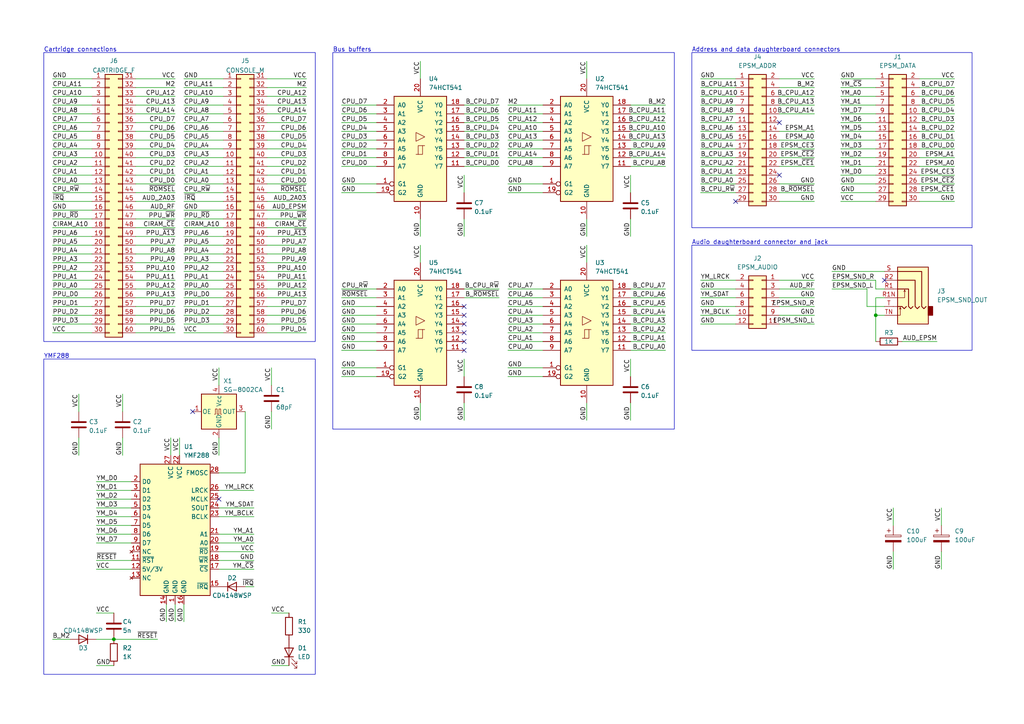
<source format=kicad_sch>
(kicad_sch (version 20250114) (generator "eeschema") (generator_version "9.0")
  (paper "A4")
  (title_block (title "Expansion Port Sound Module - Modular Famicom H Connector") (date "2025-04-17") (rev "r0.1.0") (company "Persune") (comment 1 "EPSM Copyright 2021-2025 Perkka") (comment 2 "Some pinouts subject to change over time for ease of layout"))
  (rectangle (start 12.7 15.24) (end 91.44 99.06))
  (rectangle (start 96.52 15.24) (end 195.58 124.46))
  (rectangle (start 200.66 71.12) (end 281.94 101.6))
  (rectangle (start 200.66 15.24) (end 281.94 66.04))
  (rectangle (start 12.7 104.14) (end 91.44 195.58))
  (text "Bus buffers" (at 96.52 15.24 0) (effects (font (size 1.27 1.27)) (justify left bottom)))
  (text "Address and data daughterboard connectors" (at 200.66 15.24 0) (effects (font (size 1.27 1.27)) (justify left bottom)))
  (text "YMF288" (at 12.7 104.14 0) (effects (font (size 1.27 1.27)) (justify left bottom)))
  (text "Audio daughterboard connector and jack" (at 200.66 71.12 0) (effects (font (size 1.27 1.27)) (justify left bottom)))
  (text "Cartridge connections\n" (at 12.7 15.24 0) (effects (font (size 1.27 1.27)) (justify left bottom)))
  (junction (at 33.02 185.42))
  (junction (at 254 91.44))
  (no_connect (at 134.62 91.44))
  (no_connect (at 134.62 93.98))
  (no_connect (at 226.06 50.8))
  (no_connect (at 134.62 101.6))
  (no_connect (at 226.06 35.56))
  (no_connect (at 213.36 58.42))
  (no_connect (at 55.88 119.38))
  (no_connect (at 63.5 144.78))
  (no_connect (at 134.62 96.52))
  (no_connect (at 134.62 88.9))
  (no_connect (at 256.54 81.28))
  (no_connect (at 134.62 99.06))
  (wire (pts (xy 266.7 48.26) (xy 276.86 48.26)))
  (wire (pts (xy 99.06 35.56) (xy 109.22 35.56)))
  (wire (pts (xy 99.06 30.48) (xy 109.22 30.48)))
  (wire (pts (xy 254 81.28) (xy 254 83.82)))
  (wire (pts (xy 259.08 160.02) (xy 259.08 165.1)))
  (wire (pts (xy 53.34 63.5) (xy 64.77 63.5)))
  (wire (pts (xy 203.2 43.18) (xy 213.36 43.18)))
  (wire (pts (xy 99.06 38.1) (xy 109.22 38.1)))
  (wire (pts (xy 193.04 45.72) (xy 182.88 45.72)))
  (wire (pts (xy 33.02 185.42) (xy 45.72 185.42)))
  (wire (pts (xy 254 33.02) (xy 243.84 33.02)))
  (wire (pts (xy 144.78 30.48) (xy 134.62 30.48)))
  (wire (pts (xy 236.22 38.1) (xy 226.06 38.1)))
  (wire (pts (xy 170.18 71.12) (xy 170.18 76.2)))
  (wire (pts (xy 256.54 91.44) (xy 254 91.44)))
  (wire (pts (xy 53.34 91.44) (xy 64.77 91.44)))
  (wire (pts (xy 77.47 48.26) (xy 88.9 48.26)))
  (wire (pts (xy 35.56 114.3) (xy 35.56 119.38)))
  (wire (pts (xy 53.34 40.64) (xy 64.77 40.64)))
  (wire (pts (xy 254 86.36) (xy 256.54 86.36)))
  (wire (pts (xy 254 35.56) (xy 243.84 35.56)))
  (wire (pts (xy 236.22 83.82) (xy 226.06 83.82)))
  (wire (pts (xy 15.24 40.64) (xy 26.67 40.64)))
  (wire (pts (xy 109.22 86.36) (xy 99.06 86.36)))
  (wire (pts (xy 15.24 63.5) (xy 26.67 63.5)))
  (wire (pts (xy 182.88 116.84) (xy 182.88 121.92)))
  (wire (pts (xy 63.5 127) (xy 63.5 132.08)))
  (wire (pts (xy 77.47 88.9) (xy 88.9 88.9)))
  (wire (pts (xy 254 30.48) (xy 243.84 30.48)))
  (wire (pts (xy 121.92 116.84) (xy 121.92 121.92)))
  (wire (pts (xy 77.47 73.66) (xy 88.9 73.66)))
  (wire (pts (xy 243.84 43.18) (xy 254 43.18)))
  (wire (pts (xy 193.04 101.6) (xy 182.88 101.6)))
  (wire (pts (xy 53.34 58.42) (xy 64.77 58.42)))
  (wire (pts (xy 50.8 175.26) (xy 50.8 180.34)))
  (wire (pts (xy 39.37 40.64) (xy 50.8 40.64)))
  (wire (pts (xy 243.84 58.42) (xy 254 58.42)))
  (wire (pts (xy 144.78 38.1) (xy 134.62 38.1)))
  (wire (pts (xy 243.84 22.86) (xy 254 22.86)))
  (wire (pts (xy 236.22 43.18) (xy 226.06 43.18)))
  (wire (pts (xy 39.37 27.94) (xy 50.8 27.94)))
  (wire (pts (xy 203.2 30.48) (xy 213.36 30.48)))
  (wire (pts (xy 203.2 83.82) (xy 213.36 83.82)))
  (wire (pts (xy 203.2 81.28) (xy 213.36 81.28)))
  (wire (pts (xy 39.37 38.1) (xy 50.8 38.1)))
  (wire (pts (xy 77.47 27.94) (xy 88.9 27.94)))
  (wire (pts (xy 99.06 106.68) (xy 109.22 106.68)))
  (wire (pts (xy 193.04 99.06) (xy 182.88 99.06)))
  (wire (pts (xy 147.32 35.56) (xy 157.48 35.56)))
  (wire (pts (xy 53.34 22.86) (xy 64.77 22.86)))
  (wire (pts (xy 39.37 86.36) (xy 50.8 86.36)))
  (wire (pts (xy 39.37 60.96) (xy 50.8 60.96)))
  (wire (pts (xy 236.22 91.44) (xy 226.06 91.44)))
  (wire (pts (xy 83.82 193.04) (xy 78.74 193.04)))
  (wire (pts (xy 157.48 33.02) (xy 147.32 33.02)))
  (wire (pts (xy 273.05 160.02) (xy 273.05 165.1)))
  (wire (pts (xy 39.37 88.9) (xy 50.8 88.9)))
  (wire (pts (xy 254 27.94) (xy 243.84 27.94)))
  (wire (pts (xy 144.78 35.56) (xy 134.62 35.56)))
  (wire (pts (xy 15.24 68.58) (xy 26.67 68.58)))
  (wire (pts (xy 193.04 40.64) (xy 182.88 40.64)))
  (wire (pts (xy 147.32 96.52) (xy 157.48 96.52)))
  (wire (pts (xy 236.22 88.9) (xy 226.06 88.9)))
  (wire (pts (xy 53.34 93.98) (xy 64.77 93.98)))
  (wire (pts (xy 38.1 154.94) (xy 27.94 154.94)))
  (wire (pts (xy 39.37 83.82) (xy 50.8 83.82)))
  (wire (pts (xy 15.24 91.44) (xy 26.67 91.44)))
  (wire (pts (xy 53.34 76.2) (xy 64.77 76.2)))
  (wire (pts (xy 39.37 71.12) (xy 50.8 71.12)))
  (wire (pts (xy 77.47 58.42) (xy 88.9 58.42)))
  (wire (pts (xy 77.47 68.58) (xy 88.9 68.58)))
  (wire (pts (xy 182.88 50.8) (xy 182.88 55.88)))
  (wire (pts (xy 15.24 73.66) (xy 26.67 73.66)))
  (wire (pts (xy 254 38.1) (xy 243.84 38.1)))
  (wire (pts (xy 147.32 91.44) (xy 157.48 91.44)))
  (wire (pts (xy 15.24 25.4) (xy 26.67 25.4)))
  (wire (pts (xy 236.22 58.42) (xy 226.06 58.42)))
  (wire (pts (xy 193.04 30.48) (xy 182.88 30.48)))
  (wire (pts (xy 203.2 27.94) (xy 213.36 27.94)))
  (wire (pts (xy 99.06 83.82) (xy 109.22 83.82)))
  (wire (pts (xy 236.22 86.36) (xy 226.06 86.36)))
  (wire (pts (xy 77.47 63.5) (xy 88.9 63.5)))
  (wire (pts (xy 15.24 27.94) (xy 26.67 27.94)))
  (wire (pts (xy 53.34 60.96) (xy 64.77 60.96)))
  (wire (pts (xy 15.24 48.26) (xy 26.67 48.26)))
  (wire (pts (xy 147.32 55.88) (xy 157.48 55.88)))
  (wire (pts (xy 39.37 30.48) (xy 50.8 30.48)))
  (wire (pts (xy 77.47 33.02) (xy 88.9 33.02)))
  (wire (pts (xy 39.37 53.34) (xy 50.8 53.34)))
  (wire (pts (xy 99.06 48.26) (xy 109.22 48.26)))
  (wire (pts (xy 276.86 40.64) (xy 266.7 40.64)))
  (wire (pts (xy 53.34 68.58) (xy 64.77 68.58)))
  (wire (pts (xy 38.1 144.78) (xy 27.94 144.78)))
  (wire (pts (xy 53.34 83.82) (xy 64.77 83.82)))
  (wire (pts (xy 78.74 177.8) (xy 83.82 177.8)))
  (wire (pts (xy 77.47 78.74) (xy 88.9 78.74)))
  (wire (pts (xy 147.32 101.6) (xy 157.48 101.6)))
  (wire (pts (xy 254 86.36) (xy 254 91.44)))
  (wire (pts (xy 22.86 127) (xy 22.86 132.08)))
  (wire (pts (xy 134.62 63.5) (xy 134.62 68.58)))
  (wire (pts (xy 15.24 30.48) (xy 26.67 30.48)))
  (wire (pts (xy 63.5 165.1) (xy 73.66 165.1)))
  (wire (pts (xy 147.32 38.1) (xy 157.48 38.1)))
  (wire (pts (xy 134.62 50.8) (xy 134.62 55.88)))
  (wire (pts (xy 38.1 157.48) (xy 27.94 157.48)))
  (wire (pts (xy 77.47 86.36) (xy 88.9 86.36)))
  (wire (pts (xy 147.32 109.22) (xy 157.48 109.22)))
  (wire (pts (xy 53.34 71.12) (xy 64.77 71.12)))
  (wire (pts (xy 276.86 22.86) (xy 266.7 22.86)))
  (wire (pts (xy 53.34 78.74) (xy 64.77 78.74)))
  (wire (pts (xy 71.12 119.38) (xy 71.12 137.16)))
  (wire (pts (xy 121.92 17.78) (xy 121.92 22.86)))
  (wire (pts (xy 203.2 25.4) (xy 213.36 25.4)))
  (wire (pts (xy 99.06 33.02) (xy 109.22 33.02)))
  (wire (pts (xy 39.37 48.26) (xy 50.8 48.26)))
  (wire (pts (xy 203.2 35.56) (xy 213.36 35.56)))
  (wire (pts (xy 254 99.06) (xy 254 91.44)))
  (wire (pts (xy 99.06 43.18) (xy 109.22 43.18)))
  (wire (pts (xy 15.24 96.52) (xy 26.67 96.52)))
  (wire (pts (xy 53.34 45.72) (xy 64.77 45.72)))
  (wire (pts (xy 236.22 53.34) (xy 226.06 53.34)))
  (wire (pts (xy 63.5 149.86) (xy 73.66 149.86)))
  (wire (pts (xy 53.34 35.56) (xy 64.77 35.56)))
  (wire (pts (xy 182.88 43.18) (xy 193.04 43.18)))
  (wire (pts (xy 170.18 17.78) (xy 170.18 22.86)))
  (wire (pts (xy 147.32 30.48) (xy 157.48 30.48)))
  (wire (pts (xy 236.22 55.88) (xy 226.06 55.88)))
  (wire (pts (xy 77.47 40.64) (xy 88.9 40.64)))
  (wire (pts (xy 78.74 106.68) (xy 78.74 111.76)))
  (wire (pts (xy 39.37 91.44) (xy 50.8 91.44)))
  (wire (pts (xy 77.47 76.2) (xy 88.9 76.2)))
  (wire (pts (xy 39.37 66.04) (xy 50.8 66.04)))
  (wire (pts (xy 261.62 99.06) (xy 271.78 99.06)))
  (wire (pts (xy 77.47 60.96) (xy 88.9 60.96)))
  (wire (pts (xy 266.7 50.8) (xy 276.86 50.8)))
  (wire (pts (xy 77.47 25.4) (xy 88.9 25.4)))
  (wire (pts (xy 241.3 83.82) (xy 251.46 83.82)))
  (wire (pts (xy 73.66 142.24) (xy 63.5 142.24)))
  (wire (pts (xy 39.37 76.2) (xy 50.8 76.2)))
  (wire (pts (xy 15.24 22.86) (xy 26.67 22.86)))
  (wire (pts (xy 157.48 93.98) (xy 147.32 93.98)))
  (wire (pts (xy 39.37 55.88) (xy 50.8 55.88)))
  (wire (pts (xy 99.06 91.44) (xy 109.22 91.44)))
  (wire (pts (xy 147.32 40.64) (xy 157.48 40.64)))
  (wire (pts (xy 276.86 38.1) (xy 266.7 38.1)))
  (wire (pts (xy 144.78 48.26) (xy 134.62 48.26)))
  (wire (pts (xy 53.34 81.28) (xy 64.77 81.28)))
  (wire (pts (xy 251.46 83.82) (xy 251.46 88.9)))
  (wire (pts (xy 38.1 139.7) (xy 27.94 139.7)))
  (wire (pts (xy 77.47 66.04) (xy 88.9 66.04)))
  (wire (pts (xy 39.37 50.8) (xy 50.8 50.8)))
  (wire (pts (xy 276.86 55.88) (xy 266.7 55.88)))
  (wire (pts (xy 99.06 93.98) (xy 109.22 93.98)))
  (wire (pts (xy 77.47 81.28) (xy 88.9 81.28)))
  (wire (pts (xy 236.22 93.98) (xy 226.06 93.98)))
  (wire (pts (xy 38.1 152.4) (xy 27.94 152.4)))
  (wire (pts (xy 48.26 175.26) (xy 48.26 180.34)))
  (wire (pts (xy 15.24 38.1) (xy 26.67 38.1)))
  (wire (pts (xy 53.34 33.02) (xy 64.77 33.02)))
  (wire (pts (xy 203.2 50.8) (xy 213.36 50.8)))
  (wire (pts (xy 78.74 119.38) (xy 78.74 124.46)))
  (wire (pts (xy 63.5 160.02) (xy 73.66 160.02)))
  (wire (pts (xy 53.34 88.9) (xy 64.77 88.9)))
  (wire (pts (xy 144.78 40.64) (xy 134.62 40.64)))
  (wire (pts (xy 49.53 127) (xy 49.53 132.08)))
  (wire (pts (xy 77.47 91.44) (xy 88.9 91.44)))
  (wire (pts (xy 63.5 137.16) (xy 71.12 137.16)))
  (wire (pts (xy 15.24 88.9) (xy 26.67 88.9)))
  (wire (pts (xy 63.5 154.94) (xy 73.66 154.94)))
  (wire (pts (xy 39.37 45.72) (xy 50.8 45.72)))
  (wire (pts (xy 203.2 38.1) (xy 213.36 38.1)))
  (wire (pts (xy 243.84 25.4) (xy 254 25.4)))
  (wire (pts (xy 157.48 48.26) (xy 147.32 48.26)))
  (wire (pts (xy 99.06 101.6) (xy 109.22 101.6)))
  (wire (pts (xy 52.07 127) (xy 52.07 132.08)))
  (wire (pts (xy 147.32 53.34) (xy 157.48 53.34)))
  (wire (pts (xy 39.37 68.58) (xy 50.8 68.58)))
  (wire (pts (xy 99.06 88.9) (xy 109.22 88.9)))
  (wire (pts (xy 35.56 127) (xy 35.56 132.08)))
  (wire (pts (xy 15.24 185.42) (xy 20.32 185.42)))
  (wire (pts (xy 203.2 48.26) (xy 213.36 48.26)))
  (wire (pts (xy 193.04 35.56) (xy 182.88 35.56)))
  (wire (pts (xy 99.06 99.06) (xy 109.22 99.06)))
  (wire (pts (xy 27.94 165.1) (xy 38.1 165.1)))
  (wire (pts (xy 266.7 53.34) (xy 276.86 53.34)))
  (wire (pts (xy 182.88 48.26) (xy 193.04 48.26)))
  (wire (pts (xy 256.54 83.82) (xy 254 83.82)))
  (wire (pts (xy 121.92 63.5) (xy 121.92 68.58)))
  (wire (pts (xy 15.24 43.18) (xy 26.67 43.18)))
  (wire (pts (xy 273.05 147.32) (xy 273.05 152.4)))
  (wire (pts (xy 39.37 33.02) (xy 50.8 33.02)))
  (wire (pts (xy 147.32 88.9) (xy 157.48 88.9)))
  (wire (pts (xy 39.37 73.66) (xy 50.8 73.66)))
  (wire (pts (xy 39.37 43.18) (xy 50.8 43.18)))
  (wire (pts (xy 53.34 96.52) (xy 64.77 96.52)))
  (wire (pts (xy 182.88 33.02) (xy 193.04 33.02)))
  (wire (pts (xy 63.5 162.56) (xy 73.66 162.56)))
  (wire (pts (xy 276.86 25.4) (xy 266.7 25.4)))
  (wire (pts (xy 15.24 78.74) (xy 26.67 78.74)))
  (wire (pts (xy 15.24 60.96) (xy 26.67 60.96)))
  (wire (pts (xy 147.32 106.68) (xy 157.48 106.68)))
  (wire (pts (xy 170.18 63.5) (xy 170.18 68.58)))
  (wire (pts (xy 276.86 33.02) (xy 266.7 33.02)))
  (wire (pts (xy 134.62 86.36) (xy 144.78 86.36)))
  (wire (pts (xy 39.37 96.52) (xy 50.8 96.52)))
  (wire (pts (xy 15.24 58.42) (xy 26.67 58.42)))
  (wire (pts (xy 77.47 35.56) (xy 88.9 35.56)))
  (wire (pts (xy 71.12 170.18) (xy 73.66 170.18)))
  (wire (pts (xy 144.78 45.72) (xy 134.62 45.72)))
  (wire (pts (xy 266.7 43.18) (xy 276.86 43.18)))
  (wire (pts (xy 77.47 30.48) (xy 88.9 30.48)))
  (wire (pts (xy 193.04 88.9) (xy 182.88 88.9)))
  (wire (pts (xy 236.22 27.94) (xy 226.06 27.94)))
  (wire (pts (xy 77.47 96.52) (xy 88.9 96.52)))
  (wire (pts (xy 182.88 93.98) (xy 193.04 93.98)))
  (wire (pts (xy 15.24 35.56) (xy 26.67 35.56)))
  (wire (pts (xy 99.06 109.22) (xy 109.22 109.22)))
  (wire (pts (xy 203.2 91.44) (xy 213.36 91.44)))
  (wire (pts (xy 134.62 104.14) (xy 134.62 109.22)))
  (wire (pts (xy 193.04 96.52) (xy 182.88 96.52)))
  (wire (pts (xy 243.84 55.88) (xy 254 55.88)))
  (wire (pts (xy 63.5 106.68) (xy 63.5 111.76)))
  (wire (pts (xy 39.37 58.42) (xy 50.8 58.42)))
  (wire (pts (xy 53.34 43.18) (xy 64.77 43.18)))
  (wire (pts (xy 53.34 38.1) (xy 64.77 38.1)))
  (wire (pts (xy 243.84 53.34) (xy 254 53.34)))
  (wire (pts (xy 193.04 38.1) (xy 182.88 38.1)))
  (wire (pts (xy 53.34 50.8) (xy 64.77 50.8)))
  (wire (pts (xy 241.3 81.28) (xy 254 81.28)))
  (wire (pts (xy 77.47 55.88) (xy 88.9 55.88)))
  (wire (pts (xy 236.22 48.26) (xy 226.06 48.26)))
  (wire (pts (xy 276.86 58.42) (xy 266.7 58.42)))
  (wire (pts (xy 276.86 27.94) (xy 266.7 27.94)))
  (wire (pts (xy 15.24 86.36) (xy 26.67 86.36)))
  (wire (pts (xy 99.06 53.34) (xy 109.22 53.34)))
  (wire (pts (xy 27.94 177.8) (xy 33.02 177.8)))
  (wire (pts (xy 157.48 43.18) (xy 147.32 43.18)))
  (wire (pts (xy 182.88 104.14) (xy 182.88 109.22)))
  (wire (pts (xy 39.37 93.98) (xy 50.8 93.98)))
  (wire (pts (xy 259.08 147.32) (xy 259.08 152.4)))
  (wire (pts (xy 53.34 175.26) (xy 53.34 180.34)))
  (wire (pts (xy 241.3 78.74) (xy 256.54 78.74)))
  (wire (pts (xy 15.24 93.98) (xy 26.67 93.98)))
  (wire (pts (xy 243.84 48.26) (xy 254 48.26)))
  (wire (pts (xy 203.2 45.72) (xy 213.36 45.72)))
  (wire (pts (xy 99.06 55.88) (xy 109.22 55.88)))
  (wire (pts (xy 147.32 86.36) (xy 157.48 86.36)))
  (wire (pts (xy 53.34 66.04) (xy 64.77 66.04)))
  (wire (pts (xy 53.34 25.4) (xy 64.77 25.4)))
  (wire (pts (xy 203.2 86.36) (xy 213.36 86.36)))
  (wire (pts (xy 77.47 53.34) (xy 88.9 53.34)))
  (wire (pts (xy 53.34 53.34) (xy 64.77 53.34)))
  (wire (pts (xy 170.18 116.84) (xy 170.18 121.92)))
  (wire (pts (xy 27.94 185.42) (xy 33.02 185.42)))
  (wire (pts (xy 147.32 83.82) (xy 157.48 83.82)))
  (wire (pts (xy 134.62 116.84) (xy 134.62 121.92)))
  (wire (pts (xy 15.24 45.72) (xy 26.67 45.72)))
  (wire (pts (xy 38.1 142.24) (xy 27.94 142.24)))
  (wire (pts (xy 33.02 193.04) (xy 27.94 193.04)))
  (wire (pts (xy 77.47 50.8) (xy 88.9 50.8)))
  (wire (pts (xy 236.22 81.28) (xy 226.06 81.28)))
  (wire (pts (xy 203.2 93.98) (xy 213.36 93.98)))
  (wire (pts (xy 243.84 45.72) (xy 254 45.72)))
  (wire (pts (xy 39.37 81.28) (xy 50.8 81.28)))
  (wire (pts (xy 63.5 157.48) (xy 73.66 157.48)))
  (wire (pts (xy 276.86 30.48) (xy 266.7 30.48)))
  (wire (pts (xy 39.37 63.5) (xy 50.8 63.5)))
  (wire (pts (xy 15.24 33.02) (xy 26.67 33.02)))
  (wire (pts (xy 243.84 50.8) (xy 254 50.8)))
  (wire (pts (xy 39.37 78.74) (xy 50.8 78.74)))
  (wire (pts (xy 121.92 71.12) (xy 121.92 76.2)))
  (wire (pts (xy 182.88 63.5) (xy 182.88 68.58)))
  (wire (pts (xy 203.2 22.86) (xy 213.36 22.86)))
  (wire (pts (xy 77.47 22.86) (xy 88.9 22.86)))
  (wire (pts (xy 15.24 81.28) (xy 26.67 81.28)))
  (wire (pts (xy 256.54 88.9) (xy 251.46 88.9)))
  (wire (pts (xy 53.34 27.94) (xy 64.77 27.94)))
  (wire (pts (xy 77.47 93.98) (xy 88.9 93.98)))
  (wire (pts (xy 203.2 88.9) (xy 213.36 88.9)))
  (wire (pts (xy 203.2 33.02) (xy 213.36 33.02)))
  (wire (pts (xy 15.24 53.34) (xy 26.67 53.34)))
  (wire (pts (xy 193.04 83.82) (xy 182.88 83.82)))
  (wire (pts (xy 15.24 71.12) (xy 26.67 71.12)))
  (wire (pts (xy 266.7 45.72) (xy 276.86 45.72)))
  (wire (pts (xy 99.06 96.52) (xy 109.22 96.52)))
  (wire (pts (xy 99.06 40.64) (xy 109.22 40.64)))
  (wire (pts (xy 53.34 86.36) (xy 64.77 86.36)))
  (wire (pts (xy 193.04 86.36) (xy 182.88 86.36)))
  (wire (pts (xy 15.24 66.04) (xy 26.67 66.04)))
  (wire (pts (xy 254 40.64) (xy 243.84 40.64)))
  (wire (pts (xy 203.2 55.88) (xy 213.36 55.88)))
  (wire (pts (xy 39.37 22.86) (xy 50.8 22.86)))
  (wire (pts (xy 236.22 30.48) (xy 226.06 30.48)))
  (wire (pts (xy 147.32 45.72) (xy 157.48 45.72)))
  (wire (pts (xy 144.78 33.02) (xy 134.62 33.02)))
  (wire (pts (xy 53.34 73.66) (xy 64.77 73.66)))
  (wire (pts (xy 39.37 25.4) (xy 50.8 25.4)))
  (wire (pts (xy 276.86 35.56) (xy 266.7 35.56)))
  (wire (pts (xy 144.78 43.18) (xy 134.62 43.18)))
  (wire (pts (xy 236.22 33.02) (xy 226.06 33.02)))
  (wire (pts (xy 203.2 53.34) (xy 213.36 53.34)))
  (wire (pts (xy 236.22 45.72) (xy 226.06 45.72)))
  (wire (pts (xy 77.47 83.82) (xy 88.9 83.82)))
  (wire (pts (xy 53.34 48.26) (xy 64.77 48.26)))
  (wire (pts (xy 15.24 50.8) (xy 26.67 50.8)))
  (wire (pts (xy 38.1 149.86) (xy 27.94 149.86)))
  (wire (pts (xy 53.34 30.48) (xy 64.77 30.48)))
  (wire (pts (xy 15.24 55.88) (xy 26.67 55.88)))
  (wire (pts (xy 203.2 40.64) (xy 213.36 40.64)))
  (wire (pts (xy 193.04 91.44) (xy 182.88 91.44)))
  (wire (pts (xy 77.47 45.72) (xy 88.9 45.72)))
  (wire (pts (xy 15.24 76.2) (xy 26.67 76.2)))
  (wire (pts (xy 22.86 114.3) (xy 22.86 119.38)))
  (wire (pts (xy 39.37 35.56) (xy 50.8 35.56)))
  (wire (pts (xy 15.24 83.82) (xy 26.67 83.82)))
  (wire (pts (xy 99.06 45.72) (xy 109.22 45.72)))
  (wire (pts (xy 77.47 43.18) (xy 88.9 43.18)))
  (wire (pts (xy 77.47 38.1) (xy 88.9 38.1)))
  (wire (pts (xy 77.47 71.12) (xy 88.9 71.12)))
  (wire (pts (xy 226.06 25.4) (xy 236.22 25.4)))
  (wire (pts (xy 147.32 99.06) (xy 157.48 99.06)))
  (wire (pts (xy 63.5 147.32) (xy 73.66 147.32)))
  (wire (pts (xy 27.94 162.56) (xy 38.1 162.56)))
  (wire (pts (xy 144.78 83.82) (xy 134.62 83.82)))
  (wire (pts (xy 236.22 22.86) (xy 226.06 22.86)))
  (wire (pts (xy 236.22 40.64) (xy 226.06 40.64)))
  (wire (pts (xy 53.34 55.88) (xy 64.77 55.88)))
  (wire (pts (xy 38.1 147.32) (xy 27.94 147.32)))
  (label "YM_D4" (at 27.94 149.86 0))
  (label "GND" (at -10.16 2.54 0))
  (label "VCC" (at 134.62 104.14 270))
  (label "GND" (at 203.2 83.82 0))
  (label "PPU_~{RD}" (at 53.34 63.5 0))
  (label "B_CPU_D4" (at 276.86 33.02 180))
  (label "PPU_A4" (at 53.34 73.66 0))
  (label "B_CPU_A7" (at 203.2 35.56 0))
  (label "B_CPU_R~{W}" (at 144.78 83.82 180))
  (label "PPU_A10" (at 50.8 78.74 180))
  (label "PPU_A2" (at 53.34 78.74 0))
  (label "~{IRQ}" (at 73.66 170.18 180))
  (label "VCC" (at 63.5 106.68 270))
  (label "CPU_D4" (at 50.8 43.18 180))
  (label "EPSM_~{CE2}" (at 276.86 53.34 180))
  (label "B_CPU_A6" (at 193.04 86.36 180))
  (label "B_CPU_A8" (at 193.04 48.26 180))
  (label "CPU_A2" (at 147.32 96.52 0))
  (label "GND" (at 78.74 124.46 90))
  (label "CPU_A3" (at 53.34 45.72 0))
  (label "CPU_D5" (at 50.8 40.64 180))
  (label "CPU_A4" (at 53.34 43.18 0))
  (label "CPU_R~{W}" (at 99.06 83.82 0))
  (label "CPU_A0" (at 53.34 53.34 0))
  (label "~{ROMSEL}" (at 88.9 55.88 180))
  (label "GND" (at 236.22 58.42 180))
  (label "~{IRQ}" (at 15.24 58.42 0))
  (label "B_CPU_A12" (at 236.22 27.94 180))
  (label "PPU_~{WR}" (at 88.9 63.5 180))
  (label "YM_D2" (at 243.84 45.72 0))
  (label "GND" (at 121.92 121.92 90))
  (label "GND" (at 182.88 68.58 90))
  (label "GND" (at 99.06 101.6 0))
  (label "GND" (at 241.3 78.74 0))
  (label "B_CPU_D5" (at 276.86 30.48 180))
  (label "YM_D0" (at 27.94 139.7 0))
  (label "PPU_A0" (at 53.34 83.82 0))
  (label "B_CPU_A2" (at 203.2 48.26 0))
  (label "CPU_A14" (at 50.8 33.02 180))
  (label "VCC" (at 121.92 17.78 270))
  (label "PPU_A2" (at 15.24 78.74 0))
  (label "PPU_~{A13}" (at 88.9 68.58 180))
  (label "CPU_D1" (at 99.06 45.72 0))
  (label "GND" (at 53.34 60.96 0))
  (label "YM_D5" (at 243.84 38.1 0))
  (label "GND" (at 99.06 53.34 0))
  (label "M2" (at 147.32 30.48 0))
  (label "GND" (at 134.62 68.58 90))
  (label "B_CPU_A0" (at 203.2 53.34 0))
  (label "VCC" (at -10.16 5.08 0))
  (label "GND" (at 182.88 121.92 90))
  (label "CPU_A11" (at 15.24 25.4 0))
  (label "GND" (at 63.5 132.08 90))
  (label "GND" (at 203.2 93.98 0))
  (label "B_CPU_A5" (at 193.04 88.9 180))
  (label "YM_~{CS}" (at 73.66 165.1 180))
  (label "CPU_A13" (at 147.32 40.64 0))
  (label "PPU_A3" (at 15.24 76.2 0))
  (label "GND" (at 50.8 180.34 90))
  (label "VCC" (at 78.74 177.8 0))
  (label "EPSM_CE3" (at 276.86 50.8 180))
  (label "YM_D0" (at 243.84 50.8 0))
  (label "EPSM_CE3" (at 236.22 43.18 180))
  (label "CPU_A10" (at 53.34 27.94 0))
  (label "PPU_D3" (at 53.34 93.98 0))
  (label "VCC" (at 259.08 147.32 270))
  (label "GND" (at 48.26 180.34 90))
  (label "B_CPU_D6" (at 144.78 33.02 180))
  (label "PPU_A8" (at 50.8 73.66 180))
  (label "GND" (at 243.84 22.86 0))
  (label "EPSM_A1" (at 236.22 38.1 180))
  (label "GND" (at 35.56 132.08 90))
  (label "B_CPU_D1" (at 276.86 40.64 180))
  (label "PPU_A13" (at 50.8 86.36 180))
  (label "GND" (at 203.2 22.86 0))
  (label "GND" (at 147.32 106.68 0))
  (label "YM_D5" (at 27.94 152.4 0))
  (label "CPU_A10" (at 15.24 27.94 0))
  (label "PPU_A9" (at 50.8 76.2 180))
  (label "PPU_A4" (at 15.24 73.66 0))
  (label "B_~{ROMSEL}" (at 236.22 55.88 180))
  (label "CPU_D5" (at 99.06 35.56 0))
  (label "VCC" (at 273.05 147.32 270))
  (label "CPU_A3" (at 15.24 45.72 0))
  (label "AUD_RF" (at 236.22 83.82 180))
  (label "PPU_D5" (at 88.9 93.98 180))
  (label "CPU_D2" (at 50.8 48.26 180))
  (label "CPU_R~{W}" (at 53.34 55.88 0))
  (label "GND" (at 99.06 106.68 0))
  (label "B_CPU_A9" (at 203.2 30.48 0))
  (label "CPU_A9" (at 147.32 43.18 0))
  (label "CPU_D3" (at 50.8 45.72 180))
  (label "PPU_A5" (at 53.34 71.12 0))
  (label "B_CPU_A1" (at 203.2 50.8 0))
  (label "B_CPU_D6" (at 276.86 27.94 180))
  (label "B_CPU_A11" (at 193.04 33.02 180))
  (label "YM_D6" (at 243.84 35.56 0))
  (label "PPU_D7" (at 88.9 88.9 180))
  (label "CPU_A13" (at 50.8 30.48 180))
  (label "GND" (at 243.84 55.88 0))
  (label "B_CPU_A3" (at 203.2 45.72 0))
  (label "YM_D2" (at 27.94 144.78 0))
  (label "PPU_D0" (at 53.34 86.36 0))
  (label "GND" (at 236.22 91.44 180))
  (label "CIRAM_A10" (at 53.34 66.04 0))
  (label "PPU_A3" (at 53.34 76.2 0))
  (label "VCC" (at 35.56 114.3 270))
  (label "VCC" (at 22.86 114.3 270))
  (label "VCC" (at 27.94 165.1 0))
  (label "CPU_D0" (at 88.9 53.34 180))
  (label "CPU_A3" (at 147.32 93.98 0))
  (label "B_CPU_A1" (at 193.04 99.06 180))
  (label "VCC" (at 182.88 50.8 270))
  (label "VCC" (at 170.18 71.12 270))
  (label "PPU_D1" (at 53.34 88.9 0))
  (label "CPU_A13" (at 88.9 30.48 180))
  (label "VCC" (at 170.18 17.78 270))
  (label "CPU_D5" (at 88.9 40.64 180))
  (label "B_CPU_A10" (at 193.04 38.1 180))
  (label "GND" (at 99.06 93.98 0))
  (label "CPU_A1" (at 15.24 50.8 0))
  (label "PPU_D0" (at 15.24 86.36 0))
  (label "B_CPU_A14" (at 236.22 33.02 180))
  (label "B_CPU_A5" (at 203.2 40.64 0))
  (label "~{RESET}" (at 27.94 162.56 0))
  (label "EPSM_SND_L" (at 236.22 93.98 180))
  (label "VCC" (at 182.88 104.14 270))
  (label "GND" (at 134.62 121.92 90))
  (label "YM_D3" (at 243.84 43.18 0))
  (label "CPU_A6" (at 53.34 38.1 0))
  (label "GND" (at 276.86 58.42 180))
  (label "GND" (at 170.18 121.92 90))
  (label "B_M2" (at 15.24 185.42 0))
  (label "CPU_A6" (at 15.24 38.1 0))
  (label "CPU_A14" (at 147.32 45.72 0))
  (label "GND" (at 27.94 193.04 0))
  (label "EPSM_~{CE1}" (at 236.22 48.26 180))
  (label "PPU_D2" (at 15.24 91.44 0))
  (label "AUD_EPSM" (at 88.9 60.96 180))
  (label "VCC" (at 73.66 160.02 180))
  (label "CPU_A5" (at 147.32 88.9 0))
  (label "CPU_D2" (at 88.9 48.26 180))
  (label "GND" (at 78.74 193.04 0))
  (label "CPU_A8" (at 147.32 48.26 0))
  (label "B_CPU_D3" (at 144.78 40.64 180))
  (label "PPU_A12" (at 88.9 83.82 180))
  (label "GND" (at 236.22 53.34 180))
  (label "PPU_A6" (at 53.34 68.58 0))
  (label "VCC" (at 49.53 127 270))
  (label "PPU_A0" (at 15.24 83.82 0))
  (label "CPU_D7" (at 50.8 35.56 180))
  (label "B_CPU_A12" (at 193.04 35.56 180))
  (label "B_CPU_A10" (at 203.2 27.94 0))
  (label "B_CPU_A8" (at 203.2 33.02 0))
  (label "B_CPU_A3" (at 193.04 93.98 180))
  (label "B_CPU_D0" (at 276.86 43.18 180))
  (label "M2" (at 50.8 25.4 180))
  (label "B_CPU_D4" (at 144.78 38.1 180))
  (label "B_M2" (at 193.04 30.48 180))
  (label "VCC" (at 78.74 106.68 270))
  (label "CPU_A11" (at 53.34 25.4 0))
  (label "PPU_A7" (at 50.8 71.12 180))
  (label "EPSM_SND_R" (at 236.22 88.9 180))
  (label "CPU_A12" (at 88.9 27.94 180))
  (label "GND" (at 170.18 68.58 90))
  (label "GND" (at 147.32 53.34 0))
  (label "PPU_~{WR}" (at 50.8 63.5 180))
  (label "VCC" (at 134.62 50.8 270))
  (label "B_CPU_A0" (at 193.04 101.6 180))
  (label "GND" (at 99.06 88.9 0))
  (label "PPU_D4" (at 88.9 96.52 180))
  (label "CPU_D3" (at 88.9 45.72 180))
  (label "GND" (at 15.24 22.86 0))
  (label "PPU_D2" (at 53.34 91.44 0))
  (label "B_CPU_A9" (at 193.04 43.18 180))
  (label "PPU_A1" (at 53.34 81.28 0))
  (label "CPU_D4" (at 99.06 38.1 0))
  (label "CPU_D7" (at 88.9 35.56 180))
  (label "CPU_D2" (at 99.06 43.18 0))
  (label "B_CPU_A11" (at 203.2 25.4 0))
  (label "CPU_A5" (at 53.34 40.64 0))
  (label "AUD_RF" (at 50.8 60.96 180))
  (label "CPU_D7" (at 99.06 30.48 0))
  (label "CPU_A7" (at 147.32 83.82 0))
  (label "B_~{ROMSEL}" (at 144.78 86.36 180))
  (label "YM_D6" (at 27.94 154.94 0))
  (label "CPU_A0" (at 15.24 53.34 0))
  (label "VCC" (at 276.86 22.86 180))
  (label "VCC" (at 50.8 22.86 180))
  (label "VCC" (at 121.92 71.12 270))
  (label "CIRAM_~{CE}" (at 50.8 66.04 180))
  (label "B_CPU_A4" (at 193.04 91.44 180))
  (label "PPU_A1" (at 15.24 81.28 0))
  (label "YM_BCLK" (at 203.2 91.44 0))
  (label "B_CPU_A6" (at 203.2 38.1 0))
  (label "B_CPU_D1" (at 144.78 45.72 180))
  (label "CPU_A4" (at 147.32 91.44 0))
  (label "CPU_A4" (at 15.24 43.18 0))
  (label "GND" (at 273.05 165.1 90))
  (label "YM_LRCK" (at 73.66 142.24 180))
  (label "EPSM_~{CE1}" (at 276.86 55.88 180))
  (label "VCC" (at 53.34 96.52 0))
  (label "VCC" (at 88.9 22.86 180))
  (label "CPU_R~{W}" (at 15.24 55.88 0))
  (label "GND" (at 147.32 55.88 0))
  (label "VCC" (at 236.22 22.86 180))
  (label "B_CPU_D2" (at 276.86 38.1 180))
  (label "~{IRQ}" (at 53.34 58.42 0))
  (label "GND" (at 203.2 88.9 0))
  (label "CPU_D4" (at 88.9 43.18 180))
  (label "CPU_D1" (at 50.8 50.8 180))
  (label "CPU_A6" (at 147.32 86.36 0))
  (label "CPU_D0" (at 50.8 53.34 180))
  (label "CPU_A7" (at 15.24 35.56 0))
  (label "PPU_A13" (at 88.9 86.36 180))
  (label "YM_A0" (at 243.84 27.94 0))
  (label "CIRAM_~{CE}" (at 88.9 66.04 180))
  (label "CPU_A8" (at 15.24 33.02 0))
  (label "GND" (at 99.06 91.44 0))
  (label "B_CPU_D3" (at 276.86 35.56 180))
  (label "CPU_A10" (at 147.32 38.1 0))
  (label "YM_BCLK" (at 73.66 149.86 180))
  (label "PPU_A11" (at 88.9 81.28 180))
  (label "B_CPU_D5" (at 144.78 35.56 180))
  (label "EPSM_SND_R" (at 241.3 81.28 0))
  (label "CPU_D6" (at 99.06 33.02 0))
  (label "EPSM_~{CE2}" (at 236.22 45.72 180))
  (label "~{ROMSEL}" (at 99.06 86.36 0))
  (label "PPU_A7" (at 88.9 71.12 180))
  (label "PPU_A10" (at 88.9 78.74 180))
  (label "YM_SDAT" (at 73.66 147.32 180))
  (label "PPU_D4" (at 50.8 96.52 180))
  (label "YM_D7" (at 243.84 33.02 0))
  (label "GND" (at 99.06 96.52 0))
  (label "CPU_A2" (at 53.34 48.26 0))
  (label "PPU_D7" (at 50.8 88.9 180))
  (label "YM_D1" (at 27.94 142.24 0))
  (label "B_CPU_A13" (at 236.22 30.48 180))
  (label "GND" (at 243.84 53.34 0))
  (label "GND" (at 53.34 180.34 90))
  (label "AUD_EPSM" (at 271.78 99.06 180))
  (label "GND" (at 15.24 60.96 0))
  (label "B_CPU_D7" (at 144.78 30.48 180))
  (label "PPU_D6" (at 50.8 91.44 180))
  (label "GND" (at 99.06 109.22 0))
  (label "EPSM_SND_L" (at 241.3 83.82 0))
  (label "PPU_~{A13}" (at 50.8 68.58 180))
  (label "YM_D4" (at 243.84 40.64 0))
  (label "CPU_A7" (at 53.34 35.56 0))
  (label "CPU_D1" (at 88.9 50.8 180))
  (label "CPU_A5" (at 15.24 40.64 0))
  (label "B_CPU_A13" (at 193.04 40.64 180))
  (label "EPSM_A0" (at 276.86 48.26 180))
  (label "PPU_D1" (at 15.24 88.9 0))
  (label "B_M2" (at 236.22 25.4 180))
  (label "PPU_A12" (at 50.8 83.82 180))
  (label "PPU_A6" (at 15.24 68.58 0))
  (label "GND" (at 53.34 22.86 0))
  (label "PPU_A9" (at 88.9 76.2 180))
  (label "M2" (at 88.9 25.4 180))
  (label "YM_A0" (at 73.66 157.48 180))
  (label "YM_LRCK" (at 203.2 81.28 0))
  (label "PPU_A11" (at 50.8 81.28 180))
  (label "CPU_A9" (at 53.34 30.48 0))
  (label "CPU_D0" (at 99.06 48.26 0))
  (label "CPU_D3" (at 99.06 40.64 0))
  (label "B_CPU_D7" (at 276.86 25.4 180))
  (label "GND" (at 259.08 165.1 90))
  (label "GND" (at 147.32 109.22 0))
  (label "CPU_A9" (at 15.24 30.48 0))
  (label "B_CPU_A14" (at 193.04 45.72 180))
  (label "PPU_D5" (at 50.8 93.98 180))
  (label "~{RESET}" (at 45.72 185.42 180))
  (label "VCC" (at 27.94 177.8 0))
  (label "PPU_D3" (at 15.24 93.98 0))
  (label "B_CPU_A7" (at 193.04 83.82 180))
  (label "CPU_D6" (at 88.9 38.1 180))
  (label "AUD_2A03" (at 50.8 58.42 180))
  (label "B_CPU_R~{W}" (at 203.2 55.88 0))
  (label "B_CPU_A2" (at 193.04 96.52 180))
  (label "CPU_A1" (at 147.32 99.06 0))
  (label "YM_D7" (at 27.94 157.48 0))
  (label "AUD_2A03" (at 88.9 58.42 180))
  (label "B_CPU_A4" (at 203.2 43.18 0))
  (label "CPU_A11" (at 147.32 33.02 0))
  (label "PPU_A8" (at 88.9 73.66 180))
  (label "YM_A1" (at 73.66 154.94 180))
  (label "CIRAM_A10" (at 15.24 66.04 0))
  (label "CPU_A8" (at 53.34 33.02 0))
  (label "GND" (at 73.66 162.56 180))
  (label "CPU_A2" (at 15.24 48.26 0))
  (label "VCC" (at 52.07 127 270))
  (label "GND" (at 99.06 55.88 0))
  (label "GND" (at 22.86 132.08 90))
  (label "VCC" (at 236.22 81.28 180))
  (label "PPU_A5" (at 15.24 71.12 0))
  (label "CPU_A0" (at 147.32 101.6 0))
  (label "~{ROMSEL}" (at 50.8 55.88 180))
  (label "GND" (at 236.22 86.36 180))
  (label "YM_A1" (at 243.84 30.48 0))
  (label "CPU_A12" (at 50.8 27.94 180))
  (label "GND" (at 99.06 99.06 0))
  (label "PPU_~{RD}" (at 15.24 63.5 0))
  (label "CPU_D6" (at 50.8 38.1 180))
  (label "EPSM_A0" (at 236.22 40.64 180))
  (label "B_CPU_D2" (at 144.78 43.18 180))
  (label "PPU_D6" (at 88.9 91.44 180))
  (label "CPU_A12" (at 147.32 35.56 0))
  (label "YM_D3" (at 27.94 147.32 0))
  (label "B_CPU_D0" (at 144.78 48.26 180))
  (label "YM_D1" (at 243.84 48.26 0))
  (label "VCC" (at 15.24 96.52 0))
  (label "CPU_A1" (at 53.34 50.8 0))
  (label "CPU_A14" (at 88.9 33.02 180))
  (label "VCC" (at 243.84 58.42 0))
  (label "GND" (at 121.92 68.58 90))
  (label "YM_SDAT" (at 203.2 86.36 0))
  (label "EPSM_A1" (at 276.86 45.72 180))
  (label "YM_~{CS}" (at 243.84 25.4 0))
  (symbol (lib_id "Connector_Generic:Conn_02x30_Top_Bottom") (at 31.75 58.42 0) (unit 1) (in_bom no)
    (property "Reference" "J6" (at 33.02 17.6235 0))
    (property "Value" "CARTRIDGE_F" (at 33.02 20.3986 0))
    (property "Footprint" "EPSM YMF288 Modular Famicom Horizontal:FC_CONN_F" (effects (hide yes)))
  )
  (symbol (lib_id "74xx:74HCT541") (at 170.18 96.52 0) (unit 1)
    (property "Reference" "U3" (at 172.6026 76.2 0) (effects (justify left)))
    (property "Value" "74HCT541" (at 172.6026 78.74 0) (effects (justify left)))
    (property "Footprint" "Package_SO:TSSOP-20_4.4x6.5mm_P0.65mm" (effects (hide yes)))
    (property "Datasheet" "http://www.ti.com/lit/gpn/sn74HCT541" (effects (hide yes)))
    (property "Description" "8-bit Buffer/Line Driver 3-state outputs" (effects (hide yes)))
  )
  (symbol (lib_id "Oscillator:SG-8002CA") (at 63.5 119.38 0) (unit 1)
    (property "Reference" "X1" (at 64.77 110.49 0) (effects (justify left)))
    (property "Value" "SG-8002CA" (at 64.77 113.03 0) (effects (justify left)))
    (property "Footprint" "Oscillator:Oscillator_SMD_Abracon_ASV-4Pin_7.0x5.1mm" (effects (hide yes)))
    (property "Datasheet" "https://support.epson.biz/td/api/doc_check.php?mode=dl&lang=en&Parts=SG-8002DC" (effects (hide yes)))
  )
  (symbol (lib_id "Device:C") (at 182.88 59.69 180) (unit 1)
    (property "Reference" "C5" (at 185.801 58.8553 0) (effects (justify right)))
    (property "Value" "0.1uF" (at 185.801 61.3922 0) (effects (justify right)))
    (property "Footprint" "Capacitor_SMD:C_0805_2012Metric_Pad1.18x1.45mm_HandSolder" (effects (hide yes)))
  )
  (symbol (lib_id "Device:D") (at 24.13 185.42 180) (unit 1)
    (property "Reference" "D3" (at 24.13 187.96 0))
    (property "Value" "CD4148WSP" (at 24.13 182.88 0))
    (property "Footprint" "Diode_SMD:D_0805_2012Metric" (effects (hide yes)))
    (property "Datasheet" "https://www.lcsc.com/datasheet/lcsc_datasheet_1809291616_LIZ-Elec-CD4148WSP_C109001.pdf" (effects (hide yes)))
    (property "Description" "Diode" (effects (hide yes)))
    (property "Sim.Device" "D" (effects (hide yes)))
    (property "Sim.Pins" "1=K 2=A" (effects (hide yes)))
  )
  (symbol (lib_id "Connector_Generic:Conn_02x30_Top_Bottom") (at 69.85 58.42 0) (unit 1) (in_bom no)
    (property "Reference" "J5" (at 71.12 17.6235 0))
    (property "Value" "CONSOLE_M" (at 71.12 20.3986 0))
    (property "Footprint" "EPSM YMF288 Modular Famicom Horizontal:HVC-ETROM-01" (effects (hide yes)))
  )
  (symbol (lib_id "Device:C") (at 78.74 115.57 0) (unit 1)
    (property "Reference" "C1" (at 80.01 113.03 0) (effects (justify left)))
    (property "Value" "68pF" (at 80.01 118.11 0) (effects (justify left)))
    (property "Footprint" "Capacitor_SMD:C_0805_2012Metric_Pad1.18x1.45mm_HandSolder" (effects (hide yes)))
  )
  (symbol (lib_id "74xx:74HCT541") (at 170.18 43.18 0) (unit 1)
    (property "Reference" "U2" (at 172.6026 22.86 0) (effects (justify left)))
    (property "Value" "74HCT541" (at 172.6026 25.4 0) (effects (justify left)))
    (property "Footprint" "Package_SO:TSSOP-20_4.4x6.5mm_P0.65mm" (effects (hide yes)))
    (property "Datasheet" "http://www.ti.com/lit/gpn/sn74HCT541" (effects (hide yes)))
    (property "Description" "8-bit Buffer/Line Driver 3-state outputs" (effects (hide yes)))
  )
  (symbol (lib_id "EPSM YMF288 Modular Famicom Horizontal:YMF288") (at 50.8 153.67 0) (unit 1)
    (property "Reference" "U1" (at 53.34 129.54 0) (effects (justify left)))
    (property "Value" "YMF288" (at 53.34 132.08 0) (effects (justify left)))
    (property "Footprint" "EPSM YMF288 Modular Famicom Horizontal:SOP-28_8.4x18.1mm_P1.27mm" (effects (hide yes)))
    (property "Datasheet" "https://www.quarter-dev.info/archives/yamaha/YMF288.pdf" (effects (hide yes)))
  )
  (symbol (lib_id "Device:C") (at 134.62 113.03 180) (unit 1)
    (property "Reference" "C8" (at 137.541 112.1953 0) (effects (justify right)))
    (property "Value" "0.1uF" (at 137.541 114.7322 0) (effects (justify right)))
    (property "Footprint" "Capacitor_SMD:C_0805_2012Metric_Pad1.18x1.45mm_HandSolder" (effects (hide yes)))
  )
  (symbol (lib_id "Device:C") (at 134.62 59.69 180) (unit 1)
    (property "Reference" "C7" (at 137.541 58.8553 0) (effects (justify right)))
    (property "Value" "0.1uF" (at 137.541 61.3922 0) (effects (justify right)))
    (property "Footprint" "Capacitor_SMD:C_0805_2012Metric_Pad1.18x1.45mm_HandSolder" (effects (hide yes)))
  )
  (symbol (lib_id "74xx:74HCT541") (at 121.92 96.52 0) (unit 1)
    (property "Reference" "U5" (at 124.3426 76.2 0) (effects (justify left)))
    (property "Value" "74HCT541" (at 124.3426 78.74 0) (effects (justify left)))
    (property "Footprint" "Package_SO:TSSOP-20_4.4x6.5mm_P0.65mm" (effects (hide yes)))
    (property "Datasheet" "http://www.ti.com/lit/gpn/sn74HCT541" (effects (hide yes)))
    (property "Description" "8-bit Buffer/Line Driver 3-state outputs" (effects (hide yes)))
  )
  (symbol (lib_id "Device:C_Polarized") (at 259.08 156.21 0) (unit 1)
    (property "Reference" "C10" (at 262.89 154.0509 0) (effects (justify left)))
    (property "Value" "100uF" (at 262.89 156.5909 0) (effects (justify left)))
    (property "Footprint" "Capacitor_SMD:CP_Elec_6.3x5.4" (effects (hide yes)))
  )
  (symbol (lib_id "Device:LED") (at 83.82 189.23 90) (unit 1)
    (property "Reference" "D1" (at 86.36 187.96 90) (effects (justify right)))
    (property "Value" "LED" (at 86.36 190.5 90) (effects (justify right)))
    (property "Footprint" "LED_SMD:LED_0805_2012Metric" (effects (hide yes)))
    (property "Description" "Light emitting diode" (effects (hide yes)))
  )
  (symbol (lib_id "Device:R") (at 83.82 181.61 0) (unit 1)
    (property "Reference" "R1" (at 86.36 180.34 0) (effects (justify left)))
    (property "Value" "330" (at 86.36 182.88 0) (effects (justify left)))
    (property "Footprint" "Resistor_SMD:R_0805_2012Metric_Pad1.20x1.40mm_HandSolder" (effects (hide yes)))
  )
  (symbol (lib_id "Device:C_Polarized") (at 273.05 156.21 0) (unit 1)
    (property "Reference" "C9" (at 276.86 154.0509 0) (effects (justify left)))
    (property "Value" "100uF" (at 276.86 156.5909 0) (effects (justify left)))
    (property "Footprint" "Capacitor_SMD:CP_Elec_6.3x5.4" (effects (hide yes)))
  )
  (symbol (lib_id "power:VCC") (at -10.16 5.08 270) (unit 1)
    (property "Reference" "#PWR02" (effects (hide yes)))
    (property "Value" "VCC" (at -5.08 5.0799 90) (effects (justify left)))
    (property "Description" "Power symbol creates a global label with name \"VCC\"" (effects (hide yes)))
  )
  (symbol (lib_id "power:PWR_FLAG") (at -10.16 5.08 90) (unit 1)
    (property "Reference" "#FLG02" (effects (hide yes)))
    (property "Value" "PWR_FLAG" (at -12.7 5.0799 90) (effects (justify left)))
    (property "Description" "Special symbol for telling ERC where power comes from" (effects (hide yes)))
  )
  (symbol (lib_id "power:GND") (at -10.16 2.54 90) (unit 1)
    (property "Reference" "#PWR01" (effects (hide yes)))
    (property "Value" "GND" (at -5.08 2.5399 90) (effects (justify right)))
    (property "Description" "Power symbol creates a global label with name \"GND\" , ground" (effects (hide yes)))
  )
  (symbol (lib_id "Device:R") (at 257.81 99.06 90) (unit 1)
    (property "Reference" "R3" (at 257.81 96.52 90))
    (property "Value" "1K" (at 257.81 99.06 90))
    (property "Footprint" "Resistor_SMD:R_0805_2012Metric_Pad1.20x1.40mm_HandSolder" (effects (hide yes)))
  )
  (symbol (lib_id "power:PWR_FLAG") (at -10.16 2.54 90) (unit 1)
    (property "Reference" "#FLG01" (effects (hide yes)))
    (property "Value" "PWR_FLAG" (at -12.7 2.5399 90) (effects (justify left)))
    (property "Description" "Special symbol for telling ERC where power comes from" (effects (hide yes)))
  )
  (symbol (lib_id "Device:C") (at 33.02 181.61 180) (unit 1)
    (property "Reference" "C4" (at 35.56 180.34 0) (effects (justify right)))
    (property "Value" "5n" (at 35.56 182.88 0) (effects (justify right)))
    (property "Footprint" "Capacitor_SMD:C_0805_2012Metric_Pad1.18x1.45mm_HandSolder" (effects (hide yes)))
  )
  (symbol (lib_id "Device:D") (at 67.31 170.18 0) (unit 1)
    (property "Reference" "D2" (at 67.31 167.64 0))
    (property "Value" "CD4148WSP" (at 67.31 172.72 0))
    (property "Footprint" "Diode_SMD:D_0805_2012Metric" (effects (hide yes)))
    (property "Datasheet" "https://www.lcsc.com/datasheet/lcsc_datasheet_1809291616_LIZ-Elec-CD4148WSP_C109001.pdf" (effects (hide yes)))
    (property "Description" "Diode" (effects (hide yes)))
    (property "Sim.Device" "D" (effects (hide yes)))
    (property "Sim.Pins" "1=K 2=A" (effects (hide yes)))
  )
  (symbol (lib_id "Connector_Generic:Conn_02x15_Odd_Even") (at 259.08 40.64 0) (unit 1)
    (property "Reference" "J1" (at 260.35 16.51 0))
    (property "Value" "EPSM_DATA" (at 260.35 19.05 0))
    (property "Footprint" "Connector_PinSocket_2.54mm:PinSocket_2x15_P2.54mm_Vertical_SMD" (effects (hide yes)))
    (property "Description" "Generic connector, double row, 02x15, odd/even pin numbering scheme (row 1 odd numbers, row 2 even numbers), script generated (kicad-library-utils/schlib/autogen/connector/)" (effects (hide yes)))
  )
  (symbol (lib_id "Device:C") (at 182.88 113.03 180) (unit 1)
    (property "Reference" "C6" (at 185.801 112.1953 0) (effects (justify right)))
    (property "Value" "0.1uF" (at 185.801 114.7322 0) (effects (justify right)))
    (property "Footprint" "Capacitor_SMD:C_0805_2012Metric_Pad1.18x1.45mm_HandSolder" (effects (hide yes)))
  )
  (symbol (lib_id "Connector_Audio:AudioJack4_SwitchTR1") (at 261.62 83.82 0) (mirror y) (unit 1)
    (property "Reference" "J3" (at 271.78 84.4549 0) (effects (justify right)))
    (property "Value" "EPSM_SND_OUT" (at 271.78 86.9949 0) (effects (justify right)))
    (property "Footprint" "EPSM YMF288 Modular Famicom Horizontal:Jack_3.5mm_PJ311_Horizontal" (effects (hide yes)))
    (property "Description" "Audio Jack, 4 Poles (Stereo / TRRS), Switched TR1 Poles (Normalling)" (effects (hide yes)))
  )
  (symbol (lib_id "Device:C") (at 35.56 123.19 180) (unit 1)
    (property "Reference" "C2" (at 38.481 122.3553 0) (effects (justify right)))
    (property "Value" "0.1uF" (at 38.481 124.8922 0) (effects (justify right)))
    (property "Footprint" "Capacitor_SMD:C_0805_2012Metric_Pad1.18x1.45mm_HandSolder" (effects (hide yes)))
  )
  (symbol (lib_id "Connector_Generic:Conn_02x15_Odd_Even") (at 218.44 40.64 0) (unit 1)
    (property "Reference" "J4" (at 219.71 16.51 0))
    (property "Value" "EPSM_ADDR" (at 219.71 19.05 0))
    (property "Footprint" "Connector_PinSocket_2.54mm:PinSocket_2x15_P2.54mm_Vertical_SMD" (effects (hide yes)))
    (property "Description" "Generic connector, double row, 02x15, odd/even pin numbering scheme (row 1 odd numbers, row 2 even numbers), script generated (kicad-library-utils/schlib/autogen/connector/)" (effects (hide yes)))
  )
  (symbol (lib_id "Device:R") (at 33.02 189.23 0) (unit 1)
    (property "Reference" "R2" (at 35.56 187.96 0) (effects (justify left)))
    (property "Value" "1K" (at 35.56 190.5 0) (effects (justify left)))
    (property "Footprint" "Resistor_SMD:R_0805_2012Metric_Pad1.20x1.40mm_HandSolder" (effects (hide yes)))
  )
  (symbol (lib_id "Connector_Generic:Conn_02x06_Odd_Even") (at 220.98 86.36 0) (mirror y) (unit 1)
    (property "Reference" "J2" (at 219.71 74.93 0))
    (property "Value" "EPSM_AUDIO" (at 219.71 77.47 0))
    (property "Footprint" "Connector_PinSocket_2.54mm:PinSocket_2x06_P2.54mm_Vertical_SMD" (effects (hide yes)))
    (property "Description" "Generic connector, double row, 02x06, odd/even pin numbering scheme (row 1 odd numbers, row 2 even numbers), script generated (kicad-library-utils/schlib/autogen/connector/)" (effects (hide yes)))
  )
  (symbol (lib_id "Device:C") (at 22.86 123.19 180) (unit 1)
    (property "Reference" "C3" (at 25.781 122.3553 0) (effects (justify right)))
    (property "Value" "0.1uF" (at 25.781 124.8922 0) (effects (justify right)))
    (property "Footprint" "Capacitor_SMD:C_0805_2012Metric_Pad1.18x1.45mm_HandSolder" (effects (hide yes)))
  )
  (symbol (lib_id "74xx:74HCT541") (at 121.92 43.18 0) (unit 1)
    (property "Reference" "U4" (at 124.3426 22.86 0) (effects (justify left)))
    (property "Value" "74HCT541" (at 124.3426 25.4 0) (effects (justify left)))
    (property "Footprint" "Package_SO:TSSOP-20_4.4x6.5mm_P0.65mm" (effects (hide yes)))
    (property "Datasheet" "http://www.ti.com/lit/gpn/sn74HCT541" (effects (hide yes)))
    (property "Description" "8-bit Buffer/Line Driver 3-state outputs" (effects (hide yes)))
  )
)
</source>
